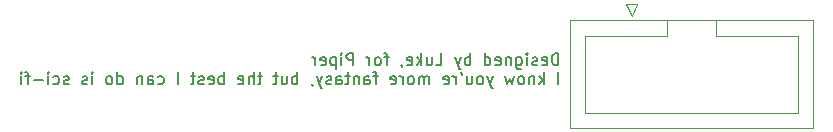
<source format=gbr>
%TF.GenerationSoftware,KiCad,Pcbnew,8.0.3*%
%TF.CreationDate,2024-07-12T14:04:41+12:00*%
%TF.ProjectId,nixie_board,6e697869-655f-4626-9f61-72642e6b6963,0.1.2*%
%TF.SameCoordinates,Original*%
%TF.FileFunction,Legend,Bot*%
%TF.FilePolarity,Positive*%
%FSLAX46Y46*%
G04 Gerber Fmt 4.6, Leading zero omitted, Abs format (unit mm)*
G04 Created by KiCad (PCBNEW 8.0.3) date 2024-07-12 14:04:41*
%MOMM*%
%LPD*%
G01*
G04 APERTURE LIST*
%ADD10C,0.153000*%
%ADD11C,0.120000*%
G04 APERTURE END LIST*
D10*
X225731247Y-104499719D02*
X225731247Y-103499719D01*
X225731247Y-103499719D02*
X225493152Y-103499719D01*
X225493152Y-103499719D02*
X225350295Y-103547338D01*
X225350295Y-103547338D02*
X225255057Y-103642576D01*
X225255057Y-103642576D02*
X225207438Y-103737814D01*
X225207438Y-103737814D02*
X225159819Y-103928290D01*
X225159819Y-103928290D02*
X225159819Y-104071147D01*
X225159819Y-104071147D02*
X225207438Y-104261623D01*
X225207438Y-104261623D02*
X225255057Y-104356861D01*
X225255057Y-104356861D02*
X225350295Y-104452100D01*
X225350295Y-104452100D02*
X225493152Y-104499719D01*
X225493152Y-104499719D02*
X225731247Y-104499719D01*
X224350295Y-104452100D02*
X224445533Y-104499719D01*
X224445533Y-104499719D02*
X224636009Y-104499719D01*
X224636009Y-104499719D02*
X224731247Y-104452100D01*
X224731247Y-104452100D02*
X224778866Y-104356861D01*
X224778866Y-104356861D02*
X224778866Y-103975909D01*
X224778866Y-103975909D02*
X224731247Y-103880671D01*
X224731247Y-103880671D02*
X224636009Y-103833052D01*
X224636009Y-103833052D02*
X224445533Y-103833052D01*
X224445533Y-103833052D02*
X224350295Y-103880671D01*
X224350295Y-103880671D02*
X224302676Y-103975909D01*
X224302676Y-103975909D02*
X224302676Y-104071147D01*
X224302676Y-104071147D02*
X224778866Y-104166385D01*
X223921723Y-104452100D02*
X223826485Y-104499719D01*
X223826485Y-104499719D02*
X223636009Y-104499719D01*
X223636009Y-104499719D02*
X223540771Y-104452100D01*
X223540771Y-104452100D02*
X223493152Y-104356861D01*
X223493152Y-104356861D02*
X223493152Y-104309242D01*
X223493152Y-104309242D02*
X223540771Y-104214004D01*
X223540771Y-104214004D02*
X223636009Y-104166385D01*
X223636009Y-104166385D02*
X223778866Y-104166385D01*
X223778866Y-104166385D02*
X223874104Y-104118766D01*
X223874104Y-104118766D02*
X223921723Y-104023528D01*
X223921723Y-104023528D02*
X223921723Y-103975909D01*
X223921723Y-103975909D02*
X223874104Y-103880671D01*
X223874104Y-103880671D02*
X223778866Y-103833052D01*
X223778866Y-103833052D02*
X223636009Y-103833052D01*
X223636009Y-103833052D02*
X223540771Y-103880671D01*
X223064580Y-104499719D02*
X223064580Y-103833052D01*
X223064580Y-103499719D02*
X223112199Y-103547338D01*
X223112199Y-103547338D02*
X223064580Y-103594957D01*
X223064580Y-103594957D02*
X223016961Y-103547338D01*
X223016961Y-103547338D02*
X223064580Y-103499719D01*
X223064580Y-103499719D02*
X223064580Y-103594957D01*
X222159819Y-103833052D02*
X222159819Y-104642576D01*
X222159819Y-104642576D02*
X222207438Y-104737814D01*
X222207438Y-104737814D02*
X222255057Y-104785433D01*
X222255057Y-104785433D02*
X222350295Y-104833052D01*
X222350295Y-104833052D02*
X222493152Y-104833052D01*
X222493152Y-104833052D02*
X222588390Y-104785433D01*
X222159819Y-104452100D02*
X222255057Y-104499719D01*
X222255057Y-104499719D02*
X222445533Y-104499719D01*
X222445533Y-104499719D02*
X222540771Y-104452100D01*
X222540771Y-104452100D02*
X222588390Y-104404480D01*
X222588390Y-104404480D02*
X222636009Y-104309242D01*
X222636009Y-104309242D02*
X222636009Y-104023528D01*
X222636009Y-104023528D02*
X222588390Y-103928290D01*
X222588390Y-103928290D02*
X222540771Y-103880671D01*
X222540771Y-103880671D02*
X222445533Y-103833052D01*
X222445533Y-103833052D02*
X222255057Y-103833052D01*
X222255057Y-103833052D02*
X222159819Y-103880671D01*
X221683628Y-103833052D02*
X221683628Y-104499719D01*
X221683628Y-103928290D02*
X221636009Y-103880671D01*
X221636009Y-103880671D02*
X221540771Y-103833052D01*
X221540771Y-103833052D02*
X221397914Y-103833052D01*
X221397914Y-103833052D02*
X221302676Y-103880671D01*
X221302676Y-103880671D02*
X221255057Y-103975909D01*
X221255057Y-103975909D02*
X221255057Y-104499719D01*
X220397914Y-104452100D02*
X220493152Y-104499719D01*
X220493152Y-104499719D02*
X220683628Y-104499719D01*
X220683628Y-104499719D02*
X220778866Y-104452100D01*
X220778866Y-104452100D02*
X220826485Y-104356861D01*
X220826485Y-104356861D02*
X220826485Y-103975909D01*
X220826485Y-103975909D02*
X220778866Y-103880671D01*
X220778866Y-103880671D02*
X220683628Y-103833052D01*
X220683628Y-103833052D02*
X220493152Y-103833052D01*
X220493152Y-103833052D02*
X220397914Y-103880671D01*
X220397914Y-103880671D02*
X220350295Y-103975909D01*
X220350295Y-103975909D02*
X220350295Y-104071147D01*
X220350295Y-104071147D02*
X220826485Y-104166385D01*
X219493152Y-104499719D02*
X219493152Y-103499719D01*
X219493152Y-104452100D02*
X219588390Y-104499719D01*
X219588390Y-104499719D02*
X219778866Y-104499719D01*
X219778866Y-104499719D02*
X219874104Y-104452100D01*
X219874104Y-104452100D02*
X219921723Y-104404480D01*
X219921723Y-104404480D02*
X219969342Y-104309242D01*
X219969342Y-104309242D02*
X219969342Y-104023528D01*
X219969342Y-104023528D02*
X219921723Y-103928290D01*
X219921723Y-103928290D02*
X219874104Y-103880671D01*
X219874104Y-103880671D02*
X219778866Y-103833052D01*
X219778866Y-103833052D02*
X219588390Y-103833052D01*
X219588390Y-103833052D02*
X219493152Y-103880671D01*
X218255056Y-104499719D02*
X218255056Y-103499719D01*
X218255056Y-103880671D02*
X218159818Y-103833052D01*
X218159818Y-103833052D02*
X217969342Y-103833052D01*
X217969342Y-103833052D02*
X217874104Y-103880671D01*
X217874104Y-103880671D02*
X217826485Y-103928290D01*
X217826485Y-103928290D02*
X217778866Y-104023528D01*
X217778866Y-104023528D02*
X217778866Y-104309242D01*
X217778866Y-104309242D02*
X217826485Y-104404480D01*
X217826485Y-104404480D02*
X217874104Y-104452100D01*
X217874104Y-104452100D02*
X217969342Y-104499719D01*
X217969342Y-104499719D02*
X218159818Y-104499719D01*
X218159818Y-104499719D02*
X218255056Y-104452100D01*
X217445532Y-103833052D02*
X217207437Y-104499719D01*
X216969342Y-103833052D02*
X217207437Y-104499719D01*
X217207437Y-104499719D02*
X217302675Y-104737814D01*
X217302675Y-104737814D02*
X217350294Y-104785433D01*
X217350294Y-104785433D02*
X217445532Y-104833052D01*
X215350294Y-104499719D02*
X215826484Y-104499719D01*
X215826484Y-104499719D02*
X215826484Y-103499719D01*
X214588389Y-103833052D02*
X214588389Y-104499719D01*
X215016960Y-103833052D02*
X215016960Y-104356861D01*
X215016960Y-104356861D02*
X214969341Y-104452100D01*
X214969341Y-104452100D02*
X214874103Y-104499719D01*
X214874103Y-104499719D02*
X214731246Y-104499719D01*
X214731246Y-104499719D02*
X214636008Y-104452100D01*
X214636008Y-104452100D02*
X214588389Y-104404480D01*
X214112198Y-104499719D02*
X214112198Y-103499719D01*
X214016960Y-104118766D02*
X213731246Y-104499719D01*
X213731246Y-103833052D02*
X214112198Y-104214004D01*
X212921722Y-104452100D02*
X213016960Y-104499719D01*
X213016960Y-104499719D02*
X213207436Y-104499719D01*
X213207436Y-104499719D02*
X213302674Y-104452100D01*
X213302674Y-104452100D02*
X213350293Y-104356861D01*
X213350293Y-104356861D02*
X213350293Y-103975909D01*
X213350293Y-103975909D02*
X213302674Y-103880671D01*
X213302674Y-103880671D02*
X213207436Y-103833052D01*
X213207436Y-103833052D02*
X213016960Y-103833052D01*
X213016960Y-103833052D02*
X212921722Y-103880671D01*
X212921722Y-103880671D02*
X212874103Y-103975909D01*
X212874103Y-103975909D02*
X212874103Y-104071147D01*
X212874103Y-104071147D02*
X213350293Y-104166385D01*
X212397912Y-104452100D02*
X212397912Y-104499719D01*
X212397912Y-104499719D02*
X212445531Y-104594957D01*
X212445531Y-104594957D02*
X212493150Y-104642576D01*
X211350293Y-103833052D02*
X210969341Y-103833052D01*
X211207436Y-104499719D02*
X211207436Y-103642576D01*
X211207436Y-103642576D02*
X211159817Y-103547338D01*
X211159817Y-103547338D02*
X211064579Y-103499719D01*
X211064579Y-103499719D02*
X210969341Y-103499719D01*
X210493150Y-104499719D02*
X210588388Y-104452100D01*
X210588388Y-104452100D02*
X210636007Y-104404480D01*
X210636007Y-104404480D02*
X210683626Y-104309242D01*
X210683626Y-104309242D02*
X210683626Y-104023528D01*
X210683626Y-104023528D02*
X210636007Y-103928290D01*
X210636007Y-103928290D02*
X210588388Y-103880671D01*
X210588388Y-103880671D02*
X210493150Y-103833052D01*
X210493150Y-103833052D02*
X210350293Y-103833052D01*
X210350293Y-103833052D02*
X210255055Y-103880671D01*
X210255055Y-103880671D02*
X210207436Y-103928290D01*
X210207436Y-103928290D02*
X210159817Y-104023528D01*
X210159817Y-104023528D02*
X210159817Y-104309242D01*
X210159817Y-104309242D02*
X210207436Y-104404480D01*
X210207436Y-104404480D02*
X210255055Y-104452100D01*
X210255055Y-104452100D02*
X210350293Y-104499719D01*
X210350293Y-104499719D02*
X210493150Y-104499719D01*
X209731245Y-104499719D02*
X209731245Y-103833052D01*
X209731245Y-104023528D02*
X209683626Y-103928290D01*
X209683626Y-103928290D02*
X209636007Y-103880671D01*
X209636007Y-103880671D02*
X209540769Y-103833052D01*
X209540769Y-103833052D02*
X209445531Y-103833052D01*
X208350292Y-104499719D02*
X208350292Y-103499719D01*
X208350292Y-103499719D02*
X207969340Y-103499719D01*
X207969340Y-103499719D02*
X207874102Y-103547338D01*
X207874102Y-103547338D02*
X207826483Y-103594957D01*
X207826483Y-103594957D02*
X207778864Y-103690195D01*
X207778864Y-103690195D02*
X207778864Y-103833052D01*
X207778864Y-103833052D02*
X207826483Y-103928290D01*
X207826483Y-103928290D02*
X207874102Y-103975909D01*
X207874102Y-103975909D02*
X207969340Y-104023528D01*
X207969340Y-104023528D02*
X208350292Y-104023528D01*
X207350292Y-104499719D02*
X207350292Y-103833052D01*
X207350292Y-103499719D02*
X207397911Y-103547338D01*
X207397911Y-103547338D02*
X207350292Y-103594957D01*
X207350292Y-103594957D02*
X207302673Y-103547338D01*
X207302673Y-103547338D02*
X207350292Y-103499719D01*
X207350292Y-103499719D02*
X207350292Y-103594957D01*
X206874102Y-103833052D02*
X206874102Y-104833052D01*
X206874102Y-103880671D02*
X206778864Y-103833052D01*
X206778864Y-103833052D02*
X206588388Y-103833052D01*
X206588388Y-103833052D02*
X206493150Y-103880671D01*
X206493150Y-103880671D02*
X206445531Y-103928290D01*
X206445531Y-103928290D02*
X206397912Y-104023528D01*
X206397912Y-104023528D02*
X206397912Y-104309242D01*
X206397912Y-104309242D02*
X206445531Y-104404480D01*
X206445531Y-104404480D02*
X206493150Y-104452100D01*
X206493150Y-104452100D02*
X206588388Y-104499719D01*
X206588388Y-104499719D02*
X206778864Y-104499719D01*
X206778864Y-104499719D02*
X206874102Y-104452100D01*
X205588388Y-104452100D02*
X205683626Y-104499719D01*
X205683626Y-104499719D02*
X205874102Y-104499719D01*
X205874102Y-104499719D02*
X205969340Y-104452100D01*
X205969340Y-104452100D02*
X206016959Y-104356861D01*
X206016959Y-104356861D02*
X206016959Y-103975909D01*
X206016959Y-103975909D02*
X205969340Y-103880671D01*
X205969340Y-103880671D02*
X205874102Y-103833052D01*
X205874102Y-103833052D02*
X205683626Y-103833052D01*
X205683626Y-103833052D02*
X205588388Y-103880671D01*
X205588388Y-103880671D02*
X205540769Y-103975909D01*
X205540769Y-103975909D02*
X205540769Y-104071147D01*
X205540769Y-104071147D02*
X206016959Y-104166385D01*
X205112197Y-104499719D02*
X205112197Y-103833052D01*
X205112197Y-104023528D02*
X205064578Y-103928290D01*
X205064578Y-103928290D02*
X205016959Y-103880671D01*
X205016959Y-103880671D02*
X204921721Y-103833052D01*
X204921721Y-103833052D02*
X204826483Y-103833052D01*
X225731247Y-106109663D02*
X225731247Y-105109663D01*
X224493152Y-106109663D02*
X224493152Y-105109663D01*
X224397914Y-105728710D02*
X224112200Y-106109663D01*
X224112200Y-105442996D02*
X224493152Y-105823948D01*
X223683628Y-105442996D02*
X223683628Y-106109663D01*
X223683628Y-105538234D02*
X223636009Y-105490615D01*
X223636009Y-105490615D02*
X223540771Y-105442996D01*
X223540771Y-105442996D02*
X223397914Y-105442996D01*
X223397914Y-105442996D02*
X223302676Y-105490615D01*
X223302676Y-105490615D02*
X223255057Y-105585853D01*
X223255057Y-105585853D02*
X223255057Y-106109663D01*
X222636009Y-106109663D02*
X222731247Y-106062044D01*
X222731247Y-106062044D02*
X222778866Y-106014424D01*
X222778866Y-106014424D02*
X222826485Y-105919186D01*
X222826485Y-105919186D02*
X222826485Y-105633472D01*
X222826485Y-105633472D02*
X222778866Y-105538234D01*
X222778866Y-105538234D02*
X222731247Y-105490615D01*
X222731247Y-105490615D02*
X222636009Y-105442996D01*
X222636009Y-105442996D02*
X222493152Y-105442996D01*
X222493152Y-105442996D02*
X222397914Y-105490615D01*
X222397914Y-105490615D02*
X222350295Y-105538234D01*
X222350295Y-105538234D02*
X222302676Y-105633472D01*
X222302676Y-105633472D02*
X222302676Y-105919186D01*
X222302676Y-105919186D02*
X222350295Y-106014424D01*
X222350295Y-106014424D02*
X222397914Y-106062044D01*
X222397914Y-106062044D02*
X222493152Y-106109663D01*
X222493152Y-106109663D02*
X222636009Y-106109663D01*
X221969342Y-105442996D02*
X221778866Y-106109663D01*
X221778866Y-106109663D02*
X221588390Y-105633472D01*
X221588390Y-105633472D02*
X221397914Y-106109663D01*
X221397914Y-106109663D02*
X221207438Y-105442996D01*
X220159818Y-105442996D02*
X219921723Y-106109663D01*
X219683628Y-105442996D02*
X219921723Y-106109663D01*
X219921723Y-106109663D02*
X220016961Y-106347758D01*
X220016961Y-106347758D02*
X220064580Y-106395377D01*
X220064580Y-106395377D02*
X220159818Y-106442996D01*
X219159818Y-106109663D02*
X219255056Y-106062044D01*
X219255056Y-106062044D02*
X219302675Y-106014424D01*
X219302675Y-106014424D02*
X219350294Y-105919186D01*
X219350294Y-105919186D02*
X219350294Y-105633472D01*
X219350294Y-105633472D02*
X219302675Y-105538234D01*
X219302675Y-105538234D02*
X219255056Y-105490615D01*
X219255056Y-105490615D02*
X219159818Y-105442996D01*
X219159818Y-105442996D02*
X219016961Y-105442996D01*
X219016961Y-105442996D02*
X218921723Y-105490615D01*
X218921723Y-105490615D02*
X218874104Y-105538234D01*
X218874104Y-105538234D02*
X218826485Y-105633472D01*
X218826485Y-105633472D02*
X218826485Y-105919186D01*
X218826485Y-105919186D02*
X218874104Y-106014424D01*
X218874104Y-106014424D02*
X218921723Y-106062044D01*
X218921723Y-106062044D02*
X219016961Y-106109663D01*
X219016961Y-106109663D02*
X219159818Y-106109663D01*
X217969342Y-105442996D02*
X217969342Y-106109663D01*
X218397913Y-105442996D02*
X218397913Y-105966805D01*
X218397913Y-105966805D02*
X218350294Y-106062044D01*
X218350294Y-106062044D02*
X218255056Y-106109663D01*
X218255056Y-106109663D02*
X218112199Y-106109663D01*
X218112199Y-106109663D02*
X218016961Y-106062044D01*
X218016961Y-106062044D02*
X217969342Y-106014424D01*
X217445532Y-105109663D02*
X217540770Y-105300139D01*
X217016961Y-106109663D02*
X217016961Y-105442996D01*
X217016961Y-105633472D02*
X216969342Y-105538234D01*
X216969342Y-105538234D02*
X216921723Y-105490615D01*
X216921723Y-105490615D02*
X216826485Y-105442996D01*
X216826485Y-105442996D02*
X216731247Y-105442996D01*
X216016961Y-106062044D02*
X216112199Y-106109663D01*
X216112199Y-106109663D02*
X216302675Y-106109663D01*
X216302675Y-106109663D02*
X216397913Y-106062044D01*
X216397913Y-106062044D02*
X216445532Y-105966805D01*
X216445532Y-105966805D02*
X216445532Y-105585853D01*
X216445532Y-105585853D02*
X216397913Y-105490615D01*
X216397913Y-105490615D02*
X216302675Y-105442996D01*
X216302675Y-105442996D02*
X216112199Y-105442996D01*
X216112199Y-105442996D02*
X216016961Y-105490615D01*
X216016961Y-105490615D02*
X215969342Y-105585853D01*
X215969342Y-105585853D02*
X215969342Y-105681091D01*
X215969342Y-105681091D02*
X216445532Y-105776329D01*
X214778865Y-106109663D02*
X214778865Y-105442996D01*
X214778865Y-105538234D02*
X214731246Y-105490615D01*
X214731246Y-105490615D02*
X214636008Y-105442996D01*
X214636008Y-105442996D02*
X214493151Y-105442996D01*
X214493151Y-105442996D02*
X214397913Y-105490615D01*
X214397913Y-105490615D02*
X214350294Y-105585853D01*
X214350294Y-105585853D02*
X214350294Y-106109663D01*
X214350294Y-105585853D02*
X214302675Y-105490615D01*
X214302675Y-105490615D02*
X214207437Y-105442996D01*
X214207437Y-105442996D02*
X214064580Y-105442996D01*
X214064580Y-105442996D02*
X213969341Y-105490615D01*
X213969341Y-105490615D02*
X213921722Y-105585853D01*
X213921722Y-105585853D02*
X213921722Y-106109663D01*
X213302675Y-106109663D02*
X213397913Y-106062044D01*
X213397913Y-106062044D02*
X213445532Y-106014424D01*
X213445532Y-106014424D02*
X213493151Y-105919186D01*
X213493151Y-105919186D02*
X213493151Y-105633472D01*
X213493151Y-105633472D02*
X213445532Y-105538234D01*
X213445532Y-105538234D02*
X213397913Y-105490615D01*
X213397913Y-105490615D02*
X213302675Y-105442996D01*
X213302675Y-105442996D02*
X213159818Y-105442996D01*
X213159818Y-105442996D02*
X213064580Y-105490615D01*
X213064580Y-105490615D02*
X213016961Y-105538234D01*
X213016961Y-105538234D02*
X212969342Y-105633472D01*
X212969342Y-105633472D02*
X212969342Y-105919186D01*
X212969342Y-105919186D02*
X213016961Y-106014424D01*
X213016961Y-106014424D02*
X213064580Y-106062044D01*
X213064580Y-106062044D02*
X213159818Y-106109663D01*
X213159818Y-106109663D02*
X213302675Y-106109663D01*
X212540770Y-106109663D02*
X212540770Y-105442996D01*
X212540770Y-105633472D02*
X212493151Y-105538234D01*
X212493151Y-105538234D02*
X212445532Y-105490615D01*
X212445532Y-105490615D02*
X212350294Y-105442996D01*
X212350294Y-105442996D02*
X212255056Y-105442996D01*
X211540770Y-106062044D02*
X211636008Y-106109663D01*
X211636008Y-106109663D02*
X211826484Y-106109663D01*
X211826484Y-106109663D02*
X211921722Y-106062044D01*
X211921722Y-106062044D02*
X211969341Y-105966805D01*
X211969341Y-105966805D02*
X211969341Y-105585853D01*
X211969341Y-105585853D02*
X211921722Y-105490615D01*
X211921722Y-105490615D02*
X211826484Y-105442996D01*
X211826484Y-105442996D02*
X211636008Y-105442996D01*
X211636008Y-105442996D02*
X211540770Y-105490615D01*
X211540770Y-105490615D02*
X211493151Y-105585853D01*
X211493151Y-105585853D02*
X211493151Y-105681091D01*
X211493151Y-105681091D02*
X211969341Y-105776329D01*
X210445531Y-105442996D02*
X210064579Y-105442996D01*
X210302674Y-106109663D02*
X210302674Y-105252520D01*
X210302674Y-105252520D02*
X210255055Y-105157282D01*
X210255055Y-105157282D02*
X210159817Y-105109663D01*
X210159817Y-105109663D02*
X210064579Y-105109663D01*
X209302674Y-106109663D02*
X209302674Y-105585853D01*
X209302674Y-105585853D02*
X209350293Y-105490615D01*
X209350293Y-105490615D02*
X209445531Y-105442996D01*
X209445531Y-105442996D02*
X209636007Y-105442996D01*
X209636007Y-105442996D02*
X209731245Y-105490615D01*
X209302674Y-106062044D02*
X209397912Y-106109663D01*
X209397912Y-106109663D02*
X209636007Y-106109663D01*
X209636007Y-106109663D02*
X209731245Y-106062044D01*
X209731245Y-106062044D02*
X209778864Y-105966805D01*
X209778864Y-105966805D02*
X209778864Y-105871567D01*
X209778864Y-105871567D02*
X209731245Y-105776329D01*
X209731245Y-105776329D02*
X209636007Y-105728710D01*
X209636007Y-105728710D02*
X209397912Y-105728710D01*
X209397912Y-105728710D02*
X209302674Y-105681091D01*
X208826483Y-105442996D02*
X208826483Y-106109663D01*
X208826483Y-105538234D02*
X208778864Y-105490615D01*
X208778864Y-105490615D02*
X208683626Y-105442996D01*
X208683626Y-105442996D02*
X208540769Y-105442996D01*
X208540769Y-105442996D02*
X208445531Y-105490615D01*
X208445531Y-105490615D02*
X208397912Y-105585853D01*
X208397912Y-105585853D02*
X208397912Y-106109663D01*
X208064578Y-105442996D02*
X207683626Y-105442996D01*
X207921721Y-105109663D02*
X207921721Y-105966805D01*
X207921721Y-105966805D02*
X207874102Y-106062044D01*
X207874102Y-106062044D02*
X207778864Y-106109663D01*
X207778864Y-106109663D02*
X207683626Y-106109663D01*
X206921721Y-106109663D02*
X206921721Y-105585853D01*
X206921721Y-105585853D02*
X206969340Y-105490615D01*
X206969340Y-105490615D02*
X207064578Y-105442996D01*
X207064578Y-105442996D02*
X207255054Y-105442996D01*
X207255054Y-105442996D02*
X207350292Y-105490615D01*
X206921721Y-106062044D02*
X207016959Y-106109663D01*
X207016959Y-106109663D02*
X207255054Y-106109663D01*
X207255054Y-106109663D02*
X207350292Y-106062044D01*
X207350292Y-106062044D02*
X207397911Y-105966805D01*
X207397911Y-105966805D02*
X207397911Y-105871567D01*
X207397911Y-105871567D02*
X207350292Y-105776329D01*
X207350292Y-105776329D02*
X207255054Y-105728710D01*
X207255054Y-105728710D02*
X207016959Y-105728710D01*
X207016959Y-105728710D02*
X206921721Y-105681091D01*
X206493149Y-106062044D02*
X206397911Y-106109663D01*
X206397911Y-106109663D02*
X206207435Y-106109663D01*
X206207435Y-106109663D02*
X206112197Y-106062044D01*
X206112197Y-106062044D02*
X206064578Y-105966805D01*
X206064578Y-105966805D02*
X206064578Y-105919186D01*
X206064578Y-105919186D02*
X206112197Y-105823948D01*
X206112197Y-105823948D02*
X206207435Y-105776329D01*
X206207435Y-105776329D02*
X206350292Y-105776329D01*
X206350292Y-105776329D02*
X206445530Y-105728710D01*
X206445530Y-105728710D02*
X206493149Y-105633472D01*
X206493149Y-105633472D02*
X206493149Y-105585853D01*
X206493149Y-105585853D02*
X206445530Y-105490615D01*
X206445530Y-105490615D02*
X206350292Y-105442996D01*
X206350292Y-105442996D02*
X206207435Y-105442996D01*
X206207435Y-105442996D02*
X206112197Y-105490615D01*
X205731244Y-105442996D02*
X205493149Y-106109663D01*
X205255054Y-105442996D02*
X205493149Y-106109663D01*
X205493149Y-106109663D02*
X205588387Y-106347758D01*
X205588387Y-106347758D02*
X205636006Y-106395377D01*
X205636006Y-106395377D02*
X205731244Y-106442996D01*
X204826482Y-106062044D02*
X204826482Y-106109663D01*
X204826482Y-106109663D02*
X204874101Y-106204901D01*
X204874101Y-106204901D02*
X204921720Y-106252520D01*
X203636006Y-106109663D02*
X203636006Y-105109663D01*
X203636006Y-105490615D02*
X203540768Y-105442996D01*
X203540768Y-105442996D02*
X203350292Y-105442996D01*
X203350292Y-105442996D02*
X203255054Y-105490615D01*
X203255054Y-105490615D02*
X203207435Y-105538234D01*
X203207435Y-105538234D02*
X203159816Y-105633472D01*
X203159816Y-105633472D02*
X203159816Y-105919186D01*
X203159816Y-105919186D02*
X203207435Y-106014424D01*
X203207435Y-106014424D02*
X203255054Y-106062044D01*
X203255054Y-106062044D02*
X203350292Y-106109663D01*
X203350292Y-106109663D02*
X203540768Y-106109663D01*
X203540768Y-106109663D02*
X203636006Y-106062044D01*
X202302673Y-105442996D02*
X202302673Y-106109663D01*
X202731244Y-105442996D02*
X202731244Y-105966805D01*
X202731244Y-105966805D02*
X202683625Y-106062044D01*
X202683625Y-106062044D02*
X202588387Y-106109663D01*
X202588387Y-106109663D02*
X202445530Y-106109663D01*
X202445530Y-106109663D02*
X202350292Y-106062044D01*
X202350292Y-106062044D02*
X202302673Y-106014424D01*
X201969339Y-105442996D02*
X201588387Y-105442996D01*
X201826482Y-105109663D02*
X201826482Y-105966805D01*
X201826482Y-105966805D02*
X201778863Y-106062044D01*
X201778863Y-106062044D02*
X201683625Y-106109663D01*
X201683625Y-106109663D02*
X201588387Y-106109663D01*
X200636005Y-105442996D02*
X200255053Y-105442996D01*
X200493148Y-105109663D02*
X200493148Y-105966805D01*
X200493148Y-105966805D02*
X200445529Y-106062044D01*
X200445529Y-106062044D02*
X200350291Y-106109663D01*
X200350291Y-106109663D02*
X200255053Y-106109663D01*
X199921719Y-106109663D02*
X199921719Y-105109663D01*
X199493148Y-106109663D02*
X199493148Y-105585853D01*
X199493148Y-105585853D02*
X199540767Y-105490615D01*
X199540767Y-105490615D02*
X199636005Y-105442996D01*
X199636005Y-105442996D02*
X199778862Y-105442996D01*
X199778862Y-105442996D02*
X199874100Y-105490615D01*
X199874100Y-105490615D02*
X199921719Y-105538234D01*
X198636005Y-106062044D02*
X198731243Y-106109663D01*
X198731243Y-106109663D02*
X198921719Y-106109663D01*
X198921719Y-106109663D02*
X199016957Y-106062044D01*
X199016957Y-106062044D02*
X199064576Y-105966805D01*
X199064576Y-105966805D02*
X199064576Y-105585853D01*
X199064576Y-105585853D02*
X199016957Y-105490615D01*
X199016957Y-105490615D02*
X198921719Y-105442996D01*
X198921719Y-105442996D02*
X198731243Y-105442996D01*
X198731243Y-105442996D02*
X198636005Y-105490615D01*
X198636005Y-105490615D02*
X198588386Y-105585853D01*
X198588386Y-105585853D02*
X198588386Y-105681091D01*
X198588386Y-105681091D02*
X199064576Y-105776329D01*
X197397909Y-106109663D02*
X197397909Y-105109663D01*
X197397909Y-105490615D02*
X197302671Y-105442996D01*
X197302671Y-105442996D02*
X197112195Y-105442996D01*
X197112195Y-105442996D02*
X197016957Y-105490615D01*
X197016957Y-105490615D02*
X196969338Y-105538234D01*
X196969338Y-105538234D02*
X196921719Y-105633472D01*
X196921719Y-105633472D02*
X196921719Y-105919186D01*
X196921719Y-105919186D02*
X196969338Y-106014424D01*
X196969338Y-106014424D02*
X197016957Y-106062044D01*
X197016957Y-106062044D02*
X197112195Y-106109663D01*
X197112195Y-106109663D02*
X197302671Y-106109663D01*
X197302671Y-106109663D02*
X197397909Y-106062044D01*
X196112195Y-106062044D02*
X196207433Y-106109663D01*
X196207433Y-106109663D02*
X196397909Y-106109663D01*
X196397909Y-106109663D02*
X196493147Y-106062044D01*
X196493147Y-106062044D02*
X196540766Y-105966805D01*
X196540766Y-105966805D02*
X196540766Y-105585853D01*
X196540766Y-105585853D02*
X196493147Y-105490615D01*
X196493147Y-105490615D02*
X196397909Y-105442996D01*
X196397909Y-105442996D02*
X196207433Y-105442996D01*
X196207433Y-105442996D02*
X196112195Y-105490615D01*
X196112195Y-105490615D02*
X196064576Y-105585853D01*
X196064576Y-105585853D02*
X196064576Y-105681091D01*
X196064576Y-105681091D02*
X196540766Y-105776329D01*
X195683623Y-106062044D02*
X195588385Y-106109663D01*
X195588385Y-106109663D02*
X195397909Y-106109663D01*
X195397909Y-106109663D02*
X195302671Y-106062044D01*
X195302671Y-106062044D02*
X195255052Y-105966805D01*
X195255052Y-105966805D02*
X195255052Y-105919186D01*
X195255052Y-105919186D02*
X195302671Y-105823948D01*
X195302671Y-105823948D02*
X195397909Y-105776329D01*
X195397909Y-105776329D02*
X195540766Y-105776329D01*
X195540766Y-105776329D02*
X195636004Y-105728710D01*
X195636004Y-105728710D02*
X195683623Y-105633472D01*
X195683623Y-105633472D02*
X195683623Y-105585853D01*
X195683623Y-105585853D02*
X195636004Y-105490615D01*
X195636004Y-105490615D02*
X195540766Y-105442996D01*
X195540766Y-105442996D02*
X195397909Y-105442996D01*
X195397909Y-105442996D02*
X195302671Y-105490615D01*
X194969337Y-105442996D02*
X194588385Y-105442996D01*
X194826480Y-105109663D02*
X194826480Y-105966805D01*
X194826480Y-105966805D02*
X194778861Y-106062044D01*
X194778861Y-106062044D02*
X194683623Y-106109663D01*
X194683623Y-106109663D02*
X194588385Y-106109663D01*
X193493146Y-106109663D02*
X193493146Y-105109663D01*
X191826480Y-106062044D02*
X191921718Y-106109663D01*
X191921718Y-106109663D02*
X192112194Y-106109663D01*
X192112194Y-106109663D02*
X192207432Y-106062044D01*
X192207432Y-106062044D02*
X192255051Y-106014424D01*
X192255051Y-106014424D02*
X192302670Y-105919186D01*
X192302670Y-105919186D02*
X192302670Y-105633472D01*
X192302670Y-105633472D02*
X192255051Y-105538234D01*
X192255051Y-105538234D02*
X192207432Y-105490615D01*
X192207432Y-105490615D02*
X192112194Y-105442996D01*
X192112194Y-105442996D02*
X191921718Y-105442996D01*
X191921718Y-105442996D02*
X191826480Y-105490615D01*
X190969337Y-106109663D02*
X190969337Y-105585853D01*
X190969337Y-105585853D02*
X191016956Y-105490615D01*
X191016956Y-105490615D02*
X191112194Y-105442996D01*
X191112194Y-105442996D02*
X191302670Y-105442996D01*
X191302670Y-105442996D02*
X191397908Y-105490615D01*
X190969337Y-106062044D02*
X191064575Y-106109663D01*
X191064575Y-106109663D02*
X191302670Y-106109663D01*
X191302670Y-106109663D02*
X191397908Y-106062044D01*
X191397908Y-106062044D02*
X191445527Y-105966805D01*
X191445527Y-105966805D02*
X191445527Y-105871567D01*
X191445527Y-105871567D02*
X191397908Y-105776329D01*
X191397908Y-105776329D02*
X191302670Y-105728710D01*
X191302670Y-105728710D02*
X191064575Y-105728710D01*
X191064575Y-105728710D02*
X190969337Y-105681091D01*
X190493146Y-105442996D02*
X190493146Y-106109663D01*
X190493146Y-105538234D02*
X190445527Y-105490615D01*
X190445527Y-105490615D02*
X190350289Y-105442996D01*
X190350289Y-105442996D02*
X190207432Y-105442996D01*
X190207432Y-105442996D02*
X190112194Y-105490615D01*
X190112194Y-105490615D02*
X190064575Y-105585853D01*
X190064575Y-105585853D02*
X190064575Y-106109663D01*
X188397908Y-106109663D02*
X188397908Y-105109663D01*
X188397908Y-106062044D02*
X188493146Y-106109663D01*
X188493146Y-106109663D02*
X188683622Y-106109663D01*
X188683622Y-106109663D02*
X188778860Y-106062044D01*
X188778860Y-106062044D02*
X188826479Y-106014424D01*
X188826479Y-106014424D02*
X188874098Y-105919186D01*
X188874098Y-105919186D02*
X188874098Y-105633472D01*
X188874098Y-105633472D02*
X188826479Y-105538234D01*
X188826479Y-105538234D02*
X188778860Y-105490615D01*
X188778860Y-105490615D02*
X188683622Y-105442996D01*
X188683622Y-105442996D02*
X188493146Y-105442996D01*
X188493146Y-105442996D02*
X188397908Y-105490615D01*
X187778860Y-106109663D02*
X187874098Y-106062044D01*
X187874098Y-106062044D02*
X187921717Y-106014424D01*
X187921717Y-106014424D02*
X187969336Y-105919186D01*
X187969336Y-105919186D02*
X187969336Y-105633472D01*
X187969336Y-105633472D02*
X187921717Y-105538234D01*
X187921717Y-105538234D02*
X187874098Y-105490615D01*
X187874098Y-105490615D02*
X187778860Y-105442996D01*
X187778860Y-105442996D02*
X187636003Y-105442996D01*
X187636003Y-105442996D02*
X187540765Y-105490615D01*
X187540765Y-105490615D02*
X187493146Y-105538234D01*
X187493146Y-105538234D02*
X187445527Y-105633472D01*
X187445527Y-105633472D02*
X187445527Y-105919186D01*
X187445527Y-105919186D02*
X187493146Y-106014424D01*
X187493146Y-106014424D02*
X187540765Y-106062044D01*
X187540765Y-106062044D02*
X187636003Y-106109663D01*
X187636003Y-106109663D02*
X187778860Y-106109663D01*
X186255050Y-106109663D02*
X186255050Y-105442996D01*
X186255050Y-105109663D02*
X186302669Y-105157282D01*
X186302669Y-105157282D02*
X186255050Y-105204901D01*
X186255050Y-105204901D02*
X186207431Y-105157282D01*
X186207431Y-105157282D02*
X186255050Y-105109663D01*
X186255050Y-105109663D02*
X186255050Y-105204901D01*
X185826479Y-106062044D02*
X185731241Y-106109663D01*
X185731241Y-106109663D02*
X185540765Y-106109663D01*
X185540765Y-106109663D02*
X185445527Y-106062044D01*
X185445527Y-106062044D02*
X185397908Y-105966805D01*
X185397908Y-105966805D02*
X185397908Y-105919186D01*
X185397908Y-105919186D02*
X185445527Y-105823948D01*
X185445527Y-105823948D02*
X185540765Y-105776329D01*
X185540765Y-105776329D02*
X185683622Y-105776329D01*
X185683622Y-105776329D02*
X185778860Y-105728710D01*
X185778860Y-105728710D02*
X185826479Y-105633472D01*
X185826479Y-105633472D02*
X185826479Y-105585853D01*
X185826479Y-105585853D02*
X185778860Y-105490615D01*
X185778860Y-105490615D02*
X185683622Y-105442996D01*
X185683622Y-105442996D02*
X185540765Y-105442996D01*
X185540765Y-105442996D02*
X185445527Y-105490615D01*
X184255050Y-106062044D02*
X184159812Y-106109663D01*
X184159812Y-106109663D02*
X183969336Y-106109663D01*
X183969336Y-106109663D02*
X183874098Y-106062044D01*
X183874098Y-106062044D02*
X183826479Y-105966805D01*
X183826479Y-105966805D02*
X183826479Y-105919186D01*
X183826479Y-105919186D02*
X183874098Y-105823948D01*
X183874098Y-105823948D02*
X183969336Y-105776329D01*
X183969336Y-105776329D02*
X184112193Y-105776329D01*
X184112193Y-105776329D02*
X184207431Y-105728710D01*
X184207431Y-105728710D02*
X184255050Y-105633472D01*
X184255050Y-105633472D02*
X184255050Y-105585853D01*
X184255050Y-105585853D02*
X184207431Y-105490615D01*
X184207431Y-105490615D02*
X184112193Y-105442996D01*
X184112193Y-105442996D02*
X183969336Y-105442996D01*
X183969336Y-105442996D02*
X183874098Y-105490615D01*
X182969336Y-106062044D02*
X183064574Y-106109663D01*
X183064574Y-106109663D02*
X183255050Y-106109663D01*
X183255050Y-106109663D02*
X183350288Y-106062044D01*
X183350288Y-106062044D02*
X183397907Y-106014424D01*
X183397907Y-106014424D02*
X183445526Y-105919186D01*
X183445526Y-105919186D02*
X183445526Y-105633472D01*
X183445526Y-105633472D02*
X183397907Y-105538234D01*
X183397907Y-105538234D02*
X183350288Y-105490615D01*
X183350288Y-105490615D02*
X183255050Y-105442996D01*
X183255050Y-105442996D02*
X183064574Y-105442996D01*
X183064574Y-105442996D02*
X182969336Y-105490615D01*
X182540764Y-106109663D02*
X182540764Y-105442996D01*
X182540764Y-105109663D02*
X182588383Y-105157282D01*
X182588383Y-105157282D02*
X182540764Y-105204901D01*
X182540764Y-105204901D02*
X182493145Y-105157282D01*
X182493145Y-105157282D02*
X182540764Y-105109663D01*
X182540764Y-105109663D02*
X182540764Y-105204901D01*
X182064574Y-105728710D02*
X181302670Y-105728710D01*
X180969336Y-105442996D02*
X180588384Y-105442996D01*
X180826479Y-106109663D02*
X180826479Y-105252520D01*
X180826479Y-105252520D02*
X180778860Y-105157282D01*
X180778860Y-105157282D02*
X180683622Y-105109663D01*
X180683622Y-105109663D02*
X180588384Y-105109663D01*
X180255050Y-106109663D02*
X180255050Y-105442996D01*
X180255050Y-105109663D02*
X180302669Y-105157282D01*
X180302669Y-105157282D02*
X180255050Y-105204901D01*
X180255050Y-105204901D02*
X180207431Y-105157282D01*
X180207431Y-105157282D02*
X180255050Y-105109663D01*
X180255050Y-105109663D02*
X180255050Y-105204901D01*
D11*
%TO.C,J1*%
X226710000Y-100710000D02*
X247290000Y-100710000D01*
X226710000Y-109830000D02*
X226710000Y-100710000D01*
X228010000Y-102020000D02*
X234950000Y-102020000D01*
X228010000Y-108520000D02*
X228010000Y-102020000D01*
X231420000Y-99320000D02*
X231920000Y-100320000D01*
X231920000Y-100320000D02*
X232420000Y-99320000D01*
X232420000Y-99320000D02*
X231420000Y-99320000D01*
X234950000Y-102020000D02*
X234950000Y-100710000D01*
X239050000Y-100710000D02*
X239050000Y-102020000D01*
X239050000Y-102020000D02*
X239050000Y-102020000D01*
X239050000Y-102020000D02*
X245990000Y-102020000D01*
X245990000Y-102020000D02*
X245990000Y-108520000D01*
X245990000Y-108520000D02*
X228010000Y-108520000D01*
X247290000Y-100710000D02*
X247290000Y-109830000D01*
X247290000Y-109830000D02*
X226710000Y-109830000D01*
%TD*%
M02*

</source>
